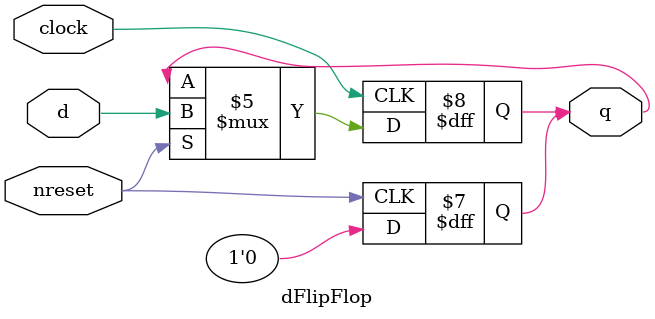
<source format=v>
`timescale 1ns / 1ns


module dFlipFlop(
    output q,
    input clock,
    input nreset,
    input d
    );
    
    reg q;
    
    always @(posedge clock)
    begin
        if (nreset == 1)
            q = d;
    end
    
    always @(negedge nreset)
    begin
        q = 0;
    end
    
endmodule

</source>
